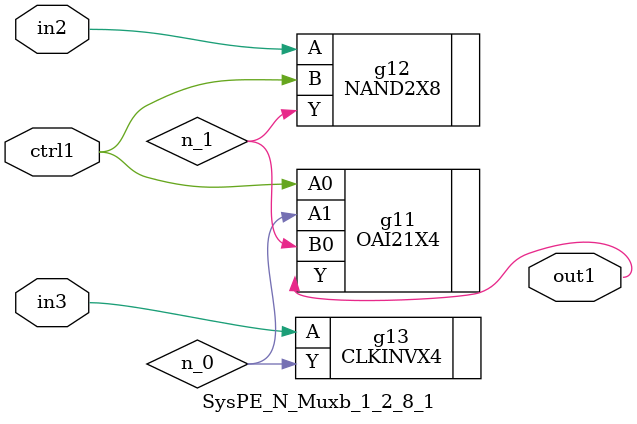
<source format=v>
`timescale 1ps / 1ps


module SysPE_N_Muxb_1_2_8_1(in3, in2, ctrl1, out1);
  input in3, in2, ctrl1;
  output out1;
  wire in3, in2, ctrl1;
  wire out1;
  wire n_0, n_1;
  OAI21X4 g11(.A0 (ctrl1), .A1 (n_0), .B0 (n_1), .Y (out1));
  NAND2X8 g12(.A (in2), .B (ctrl1), .Y (n_1));
  CLKINVX4 g13(.A (in3), .Y (n_0));
endmodule



</source>
